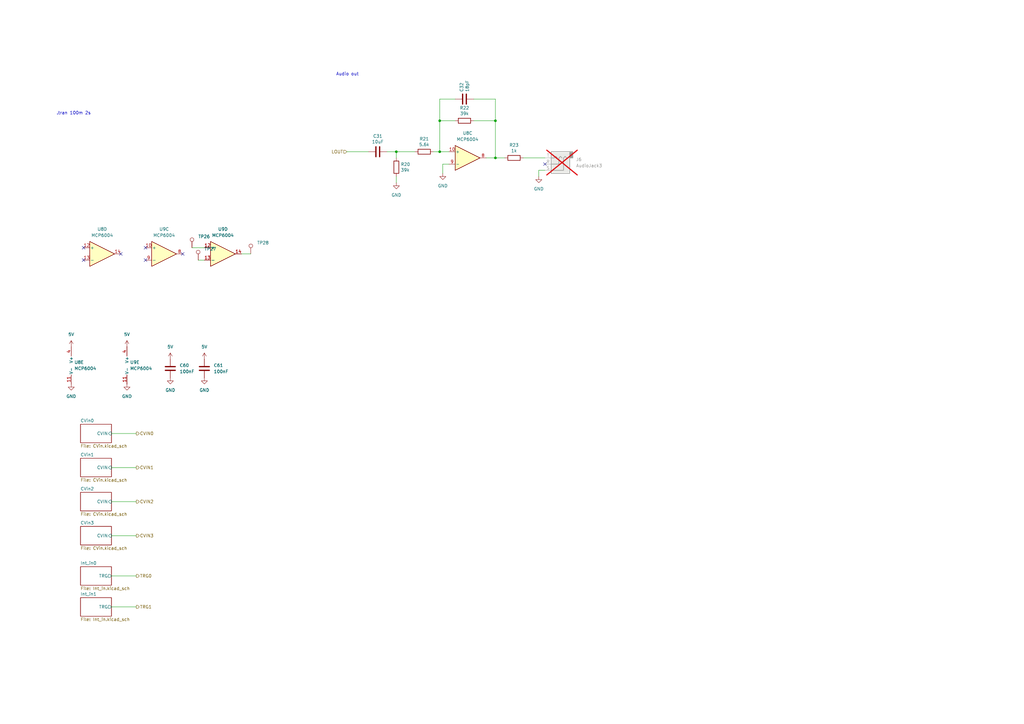
<source format=kicad_sch>
(kicad_sch (version 20231120) (generator "eeschema") (generator_version "8.0")
  (paper "A3")
  (lib_symbols
    (symbol "Amplifier_Operational:MCP6004" (pin_names (offset 0.127))
      (property "Reference" "U" (at 0 5.08 0))
      (property "Value" "MCP6004" (at 0 -5.08 0))
      (symbol "MCP6004_1_1"
        (polyline (pts (xy -5.08 5.08) (xy 5.08 0) (xy -5.08 -5.08) (xy -5.08 5.08)) (stroke (width 0.254)) (fill (type background)))
        (pin output line (at 7.62 0 180) (length 2.54) (name "~") (number "1"))
        (pin input line (at -7.62 -2.54 0) (length 2.54) (name "-") (number "2"))
        (pin input line (at -7.62 2.54 0) (length 2.54) (name "+") (number "3"))
      )
      (symbol "MCP6004_2_1"
        (polyline (pts (xy -5.08 5.08) (xy 5.08 0) (xy -5.08 -5.08) (xy -5.08 5.08)) (stroke (width 0.254)) (fill (type background)))
        (pin input line (at -7.62 2.54 0) (length 2.54) (name "+") (number "5"))
        (pin input line (at -7.62 -2.54 0) (length 2.54) (name "-") (number "6"))
        (pin output line (at 7.62 0 180) (length 2.54) (name "~") (number "7"))
      )
      (symbol "MCP6004_3_1"
        (polyline (pts (xy -5.08 5.08) (xy 5.08 0) (xy -5.08 -5.08) (xy -5.08 5.08)) (stroke (width 0.254)) (fill (type background)))
        (pin input line (at -7.62 2.54 0) (length 2.54) (name "+") (number "10"))
        (pin output line (at 7.62 0 180) (length 2.54) (name "~") (number "8"))
        (pin input line (at -7.62 -2.54 0) (length 2.54) (name "-") (number "9"))
      )
      (symbol "MCP6004_4_1"
        (polyline (pts (xy -5.08 5.08) (xy 5.08 0) (xy -5.08 -5.08) (xy -5.08 5.08)) (stroke (width 0.254)) (fill (type background)))
        (pin input line (at -7.62 2.54 0) (length 2.54) (name "+") (number "12"))
        (pin input line (at -7.62 -2.54 0) (length 2.54) (name "-") (number "13"))
        (pin output line (at 7.62 0 180) (length 2.54) (name "~") (number "14"))
      )
      (symbol "MCP6004_5_1"
        (pin power_in line (at -2.54 -7.62 90) (length 3.81) (name "V-") (number "11"))
        (pin power_in line (at -2.54 7.62 270) (length 3.81) (name "V+") (number "4"))
      )
    )
    (symbol "Connector:TestPoint" (pin_numbers hide) (pin_names (offset 0.762) hide)
      (property "Reference" "TP" (at 0 6.858 0))
      (property "Value" "TestPoint" (at 0 5.08 0))
      (symbol "TestPoint_0_1"
        (circle (center 0 3.302) (radius 0.762))
      )
      (symbol "TestPoint_1_1"
        (pin passive line (at 0 0 90) (length 2.54) (name "1") (number "1"))
      )
    )
    (symbol "Connector_Audio:AudioJack3"
      (property "Reference" "J" (at 0 8.89 0))
      (property "Value" "AudioJack3" (at 0 6.35 0))
      (symbol "AudioJack3_0_1"
        (rectangle (start -5.08 -5.08) (end -6.35 -2.54) (stroke (width 0.254)) (fill (type outline)))
        (polyline (pts (xy 0 -2.54) (xy 0.635 -3.175) (xy 1.27 -2.54) (xy 2.54 -2.54)) (stroke (width 0.254)))
        (polyline (pts (xy -1.905 -2.54) (xy -1.27 -3.175) (xy -0.635 -2.54) (xy -0.635 0) (xy 2.54 0)) (stroke (width 0.254)))
        (polyline (pts (xy 2.54 2.54) (xy -2.54 2.54) (xy -2.54 -2.54) (xy -3.175 -3.175) (xy -3.81 -2.54)) (stroke (width 0.254)))
        (rectangle (start 2.54 3.81) (end -5.08 -5.08) (stroke (width 0.254)) (fill (type background)))
      )
      (symbol "AudioJack3_1_1"
        (pin passive line (at 5.08 0 180) (length 2.54) (name "~") (number "R"))
        (pin passive line (at 5.08 2.54 180) (length 2.54) (name "~") (number "S"))
        (pin passive line (at 5.08 -2.54 180) (length 2.54) (name "~") (number "T"))
      )
    )
    (symbol "Device:C" (pin_numbers hide) (pin_names (offset 0.254))
      (property "Reference" "C" (at 0.635 2.54 0))
      (property "Value" "C" (at 0.635 -2.54 0))
      (symbol "C_0_1"
        (polyline (pts (xy -2.032 -0.762) (xy 2.032 -0.762)) (stroke (width 0.508)))
        (polyline (pts (xy -2.032 0.762) (xy 2.032 0.762)) (stroke (width 0.508)))
      )
      (symbol "C_1_1"
        (pin passive line (at 0 3.81 270) (length 2.794) (name "~") (number "1"))
        (pin passive line (at 0 -3.81 90) (length 2.794) (name "~") (number "2"))
      )
    )
    (symbol "Device:R" (pin_numbers hide) (pin_names (offset 0))
      (property "Reference" "R" (at 2.032 0 90))
      (property "Value" "R" (at 0 0 90))
      (symbol "R_0_1"
        (rectangle (start -1.016 -2.54) (end 1.016 2.54) (stroke (width 0.254)))
      )
      (symbol "R_1_1"
        (pin passive line (at 0 3.81 270) (length 1.27) (name "~") (number "1"))
        (pin passive line (at 0 -3.81 90) (length 1.27) (name "~") (number "2"))
      )
    )
    (symbol "power:+5V" (power) (pin_numbers hide) (pin_names (offset 0) hide)
      (property "Value" "+5V" (at 0 3.556 0))
      (symbol "+5V_0_1"
        (polyline (pts (xy -0.762 1.27) (xy 0 2.54)))
        (polyline (pts (xy 0 0) (xy 0 2.54)))
        (polyline (pts (xy 0 2.54) (xy 0.762 1.27)))
      )
      (symbol "+5V_1_1"
        (pin power_in line (at 0 0 90) (length 0) (name "~") (number "1"))
      )
    )
    (symbol "power:GND" (power) (pin_numbers hide) (pin_names (offset 0) hide)
      (property "Value" "GND" (at 0 -3.81 0))
      (symbol "GND_0_1"
        (polyline (pts (xy 0 0) (xy 0 -1.27) (xy 1.27 -1.27) (xy 0 -2.54) (xy -1.27 -1.27) (xy 0 -1.27)))
      )
      (symbol "GND_1_1"
        (pin power_in line (at 0 0 270) (length 0) (name "~") (number "1"))
      )
    )
  )
  (junction (at 203.2 64.77))
  (junction (at 180.34 49.53))
  (junction (at 180.34 62.23))
  (junction (at 162.56 62.23))
  (junction (at 203.2 49.53))
  (no_connect (at 59.69 106.68))
  (no_connect (at 74.93 104.14))
  (no_connect (at 34.29 106.68))
  (no_connect (at 59.69 101.6))
  (no_connect (at 49.53 104.14))
  (no_connect (at 34.29 101.6))
  (no_connect (at 223.52 67.31))
  (wire (pts (xy 45.72 205.74) (xy 55.88 205.74)))
  (wire (pts (xy 45.72 236.22) (xy 55.88 236.22)))
  (wire (pts (xy 81.28 106.68) (xy 83.82 106.68)))
  (wire (pts (xy 99.06 104.14) (xy 102.87 104.14)))
  (wire (pts (xy 162.56 64.77) (xy 162.56 62.23)))
  (wire (pts (xy 223.52 69.85) (xy 220.98 69.85)))
  (wire (pts (xy 151.13 62.23) (xy 142.24 62.23)))
  (wire (pts (xy 194.31 49.53) (xy 203.2 49.53)))
  (wire (pts (xy 45.72 248.92) (xy 55.88 248.92)))
  (wire (pts (xy 199.39 64.77) (xy 203.2 64.77)))
  (wire (pts (xy 184.15 67.31) (xy 181.61 67.31)))
  (wire (pts (xy 186.69 40.64) (xy 180.34 40.64)))
  (wire (pts (xy 214.63 64.77) (xy 223.52 64.77)))
  (wire (pts (xy 180.34 62.23) (xy 184.15 62.23)))
  (wire (pts (xy 194.31 40.64) (xy 203.2 40.64)))
  (wire (pts (xy 203.2 64.77) (xy 207.01 64.77)))
  (wire (pts (xy 158.75 62.23) (xy 162.56 62.23)))
  (wire (pts (xy 162.56 72.39) (xy 162.56 74.93)))
  (wire (pts (xy 186.69 49.53) (xy 180.34 49.53)))
  (wire (pts (xy 220.98 69.85) (xy 220.98 72.39)))
  (wire (pts (xy 203.2 40.64) (xy 203.2 49.53)))
  (wire (pts (xy 180.34 40.64) (xy 180.34 49.53)))
  (wire (pts (xy 177.8 62.23) (xy 180.34 62.23)))
  (wire (pts (xy 45.72 219.71) (xy 55.88 219.71)))
  (wire (pts (xy 181.61 67.31) (xy 181.61 71.12)))
  (wire (pts (xy 203.2 49.53) (xy 203.2 64.77)))
  (wire (pts (xy 162.56 62.23) (xy 170.18 62.23)))
  (wire (pts (xy 180.34 49.53) (xy 180.34 62.23)))
  (wire (pts (xy 78.74 101.6) (xy 83.82 101.6)))
  (wire (pts (xy 45.72 191.77) (xy 55.88 191.77)))
  (wire (pts (xy 45.72 177.8) (xy 55.88 177.8)))
  (text "Audio out\n" (at 142.494 30.48 0) (effects (font (size 1.27 1.27))))
  (text ".tran 100m 2s" (at 30.226 46.482 0) (effects (font (size 1.27 1.27))))
  (hierarchical_label "CVIN2" (shape output) (at 55.88 205.74 0))
  (hierarchical_label "LOUT" (shape input) (at 142.24 62.23 180))
  (hierarchical_label "CVIN3" (shape output) (at 55.88 219.71 0))
  (hierarchical_label "TRG0" (shape output) (at 55.88 236.22 0))
  (hierarchical_label "TRG1" (shape output) (at 55.88 248.92 0))
  (hierarchical_label "CVIN0" (shape output) (at 55.88 177.8 0))
  (hierarchical_label "CVIN1" (shape output) (at 55.88 191.77 0))
  (symbol (lib_id "Device:C") (at 154.94 62.23 270) (unit 1)
    (property "Reference" "C31" (at 154.94 55.8292 90))
    (property "Value" "10uF" (at 154.94 58.1406 90))
    (property "Footprint" "Capacitor_SMD:C_0805_2012Metric" (effects (hide yes)))
    (property "Description" "Unpolarized capacitor" (effects (hide yes)))
    (property "LCSC" "C15850" (effects (hide yes)))
    (property "RefNum" "_generic_" (effects (hide yes)))
    (property "JLC" "0805" (effects (hide yes)))
  )
  (symbol (lib_id "power:GND") (at 83.82 154.94 0) (unit 1)
    (property "Reference" "#PWR0166" (effects (hide yes)))
    (property "Value" "GND" (at 83.82 160.02 0))
    (property "Description" "Power symbol creates a global label with name \"GND\" , ground" (effects (hide yes)))
  )
  (symbol (lib_id "Connector:TestPoint") (at 81.28 106.68 0) (unit 1) (exclude_from_sim yes)
    (property "Reference" "TP27" (at 83.82 102.1079 0) (effects (justify left)))
    (property "Value" "TestPoint" (effects (hide yes)))
    (property "Footprint" "TestPoint:TestPoint_Pad_D1.0mm" (effects (hide yes)))
    (property "Description" "test point" (effects (hide yes)))
    (property "RefNum" "_na_" (effects (hide yes)))
  )
  (symbol (lib_id "power:GND") (at 220.98 72.39 0) (unit 1)
    (property "Reference" "#PWR063" (effects (hide yes)))
    (property "Value" "GND" (at 220.98 77.47 0))
    (property "Description" "Power symbol creates a global label with name \"GND\" , ground" (effects (hide yes)))
  )
  (symbol (lib_id "power:+5V") (at 52.07 142.24 0) (unit 1)
    (property "Reference" "#PWR059" (effects (hide yes)))
    (property "Value" "5V" (at 52.07 137.16 0))
    (property "Description" "Power symbol creates a global label with name \"+5V\"" (effects (hide yes)))
  )
  (symbol (lib_id "power:GND") (at 162.56 74.93 0) (unit 1)
    (property "Reference" "#PWR061" (effects (hide yes)))
    (property "Value" "GND" (at 162.56 80.01 0))
    (property "Description" "Power symbol creates a global label with name \"GND\" , ground" (effects (hide yes)))
  )
  (symbol (lib_id "power:+5V") (at 29.21 142.24 0) (unit 1)
    (property "Reference" "#PWR057" (effects (hide yes)))
    (property "Value" "5V" (at 29.21 137.16 0))
    (property "Description" "Power symbol creates a global label with name \"+5V\"" (effects (hide yes)))
  )
  (symbol (lib_id "power:GND") (at 181.61 71.12 0) (unit 1)
    (property "Reference" "#PWR062" (effects (hide yes)))
    (property "Value" "GND" (at 181.61 76.2 0))
    (property "Description" "Power symbol creates a global label with name \"GND\" , ground" (effects (hide yes)))
  )
  (symbol (lib_id "Device:R") (at 162.56 68.58 0) (unit 1)
    (property "Reference" "R20" (at 164.338 67.4116 0) (effects (justify left)))
    (property "Value" "39k" (at 164.338 69.723 0) (effects (justify left)))
    (property "Footprint" "Resistor_SMD:R_0402_1005Metric" (effects (hide yes)))
    (property "Description" "Resistor" (effects (hide yes)))
    (property "LCSC" "C25783" (effects (hide yes)))
    (property "RefNum" "_generic_" (effects (hide yes)))
    (property "JLC" "0402" (effects (hide yes)))
  )
  (symbol (lib_id "Amplifier_Operational:MCP6004") (at 31.75 149.86 0) (unit 5)
    (property "Reference" "U8" (at 30.48 148.5899 0) (effects (justify left)))
    (property "Value" "MCP6004" (at 30.48 151.1299 0) (effects (justify left)))
    (property "Footprint" "Package_SO:TSSOP-14_4.4x5mm_P0.65mm" (effects (hide yes)))
    (property "Datasheet" "http://ww1.microchip.com/downloads/en/DeviceDoc/21733j.pdf" (effects (hide yes)))
    (property "Description" "1MHz, Low-Power Op Amp, DIP-14/SOIC-14/TSSOP-14" (effects (hide yes)))
    (property "Sim.Library" "/home/eve/Documents/asynth2osc/kicad/asynthosc/spice_mods/MCP600x.txt" (effects (hide yes)))
    (property "Sim.Name" "MCP6004_pinout" (effects (hide yes)))
    (property "Sim.Device" "SUBCKT" (effects (hide yes)))
    (property "Sim.Pins" "1=1 2=2 3=3 4=4 5=5 6=6 7=7 8=8 9=9 10=10 11=11 12=12 13=13 14=14" (effects (hide yes)))
    (property "LCSC" "C627416" (effects (hide yes)))
    (property "Manufacturer" "Microchip" (effects (hide yes)))
    (property "RefNum" " MCP6004T-E/ST" (effects (hide yes)))
    (property "JLC" "TSSOP-14" (effects (hide yes)))
  )
  (symbol (lib_id "Amplifier_Operational:MCP6004") (at 67.31 104.14 0) (unit 3) (exclude_from_sim yes)
    (property "Reference" "U9" (at 67.31 93.98 0))
    (property "Value" "MCP6004" (at 67.31 96.52 0))
    (property "Footprint" "Package_SO:TSSOP-14_4.4x5mm_P0.65mm" (effects (hide yes)))
    (property "Datasheet" "http://ww1.microchip.com/downloads/en/DeviceDoc/21733j.pdf" (effects (hide yes)))
    (property "Description" "1MHz, Low-Power Op Amp, DIP-14/SOIC-14/TSSOP-14" (effects (hide yes)))
    (property "Sim.Library" "/home/eve/Documents/asynth2osc/kicad/asynthosc/spice_mods/MCP600x.txt" (effects (hide yes)))
    (property "Sim.Name" "MCP6004_pinout" (effects (hide yes)))
    (property "Sim.Device" "SUBCKT" (effects (hide yes)))
    (property "Sim.Pins" "1=1 2=2 3=3 4=4 5=5 6=6 7=7 8=8 9=9 10=10 11=11 12=12 13=13 14=14" (effects (hide yes)))
    (property "LCSC" "C627416" (effects (hide yes)))
    (property "Manufacturer" "Microchip" (effects (hide yes)))
    (property "RefNum" " MCP6004T-E/ST" (effects (hide yes)))
    (property "JLC" "TSSOP-14" (effects (hide yes)))
  )
  (symbol (lib_id "Device:R") (at 173.99 62.23 270) (unit 1)
    (property "Reference" "R21" (at 173.99 56.9722 90))
    (property "Value" "5.6k" (at 173.99 59.2836 90))
    (property "Footprint" "Resistor_SMD:R_0402_1005Metric" (effects (hide yes)))
    (property "Description" "Resistor" (effects (hide yes)))
    (property "LCSC" " C25908" (effects (hide yes)))
    (property "RefNum" "_generic_" (effects (hide yes)))
    (property "JLC" "0402" (effects (hide yes)))
  )
  (symbol (lib_id "Device:R") (at 190.5 49.53 270) (unit 1)
    (property "Reference" "R22" (at 190.5 44.2722 90))
    (property "Value" "39k" (at 190.5 46.5836 90))
    (property "Footprint" "Resistor_SMD:R_0402_1005Metric" (effects (hide yes)))
    (property "Description" "Resistor" (effects (hide yes)))
    (property "LCSC" "C25783" (effects (hide yes)))
    (property "RefNum" "_generic_" (effects (hide yes)))
    (property "JLC" "0402" (effects (hide yes)))
  )
  (symbol (lib_id "Connector_Audio:AudioJack3") (at 228.6 67.31 180) (unit 1) (dnp yes)
    (property "Reference" "J6" (at 236.22 65.4049 0) (effects (justify right)))
    (property "Value" "AudioJack3" (at 236.22 67.9449 0) (effects (justify right)))
    (property "Footprint" "asynthosc:Jack_3.5mm_3legs_XKB_PJ-3411_Vertical" (effects (hide yes)))
    (property "Description" "Audio Jack, 3 Poles (Stereo / TRS)" (effects (hide yes)))
    (property "Sim.Device" "V" (effects (hide yes)))
    (property "Sim.Type" "PULSE" (effects (hide yes)))
    (property "Sim.Pins" "R=+ T=-" (effects (hide yes)))
    (property "Sim.Params" "y1=0 y2=5 td=0 tr=0 tf=0 tw=0 per=32u" (effects (hide yes)))
    (property "LCSC" "C381132" (effects (hide yes)))
    (property "Manufacturer" "XKB" (effects (hide yes)))
    (property "RefNum" "PJ-3411 " (effects (hide yes)))
  )
  (symbol (lib_id "Amplifier_Operational:MCP6004") (at 41.91 104.14 0) (unit 4) (exclude_from_sim yes)
    (property "Reference" "U8" (at 41.91 93.98 0))
    (property "Value" "MCP6004" (at 41.91 96.52 0))
    (property "Footprint" "Package_SO:TSSOP-14_4.4x5mm_P0.65mm" (effects (hide yes)))
    (property "Datasheet" "http://ww1.microchip.com/downloads/en/DeviceDoc/21733j.pdf" (effects (hide yes)))
    (property "Description" "1MHz, Low-Power Op Amp, DIP-14/SOIC-14/TSSOP-14" (effects (hide yes)))
    (property "Sim.Library" "/home/eve/Documents/asynth2osc/kicad/asynthosc/spice_mods/MCP600x.txt" (effects (hide yes)))
    (property "Sim.Name" "MCP6004_pinout" (effects (hide yes)))
    (property "Sim.Device" "SUBCKT" (effects (hide yes)))
    (property "Sim.Pins" "1=1 2=2 3=3 4=4 5=5 6=6 7=7 8=8 9=9 10=10 11=11 12=12 13=13 14=14" (effects (hide yes)))
    (property "LCSC" "C627416" (effects (hide yes)))
    (property "Manufacturer" "Microchip" (effects (hide yes)))
    (property "RefNum" " MCP6004T-E/ST" (effects (hide yes)))
    (property "JLC" "TSSOP-14" (effects (hide yes)))
  )
  (symbol (lib_id "power:GND") (at 29.21 157.48 0) (unit 1)
    (property "Reference" "#PWR058" (effects (hide yes)))
    (property "Value" "GND" (at 29.21 162.56 0))
    (property "Description" "Power symbol creates a global label with name \"GND\" , ground" (effects (hide yes)))
  )
  (symbol (lib_id "Connector:TestPoint") (at 78.74 101.6 0) (unit 1) (exclude_from_sim yes)
    (property "Reference" "TP26" (at 81.28 97.0279 0) (effects (justify left)))
    (property "Value" "TestPoint" (effects (hide yes)))
    (property "Footprint" "TestPoint:TestPoint_Pad_D1.0mm" (effects (hide yes)))
    (property "Description" "test point" (effects (hide yes)))
    (property "RefNum" "_na_" (effects (hide yes)))
  )
  (symbol (lib_id "Device:R") (at 210.82 64.77 270) (unit 1)
    (property "Reference" "R23" (at 210.82 59.5122 90))
    (property "Value" "1k" (at 210.82 61.8236 90))
    (property "Footprint" "Resistor_SMD:R_0402_1005Metric" (effects (hide yes)))
    (property "Description" "Resistor" (effects (hide yes)))
    (property "LCSC" "C11702" (effects (hide yes)))
    (property "RefNum" "_generic_" (effects (hide yes)))
    (property "JLC" "0402" (effects (hide yes)))
  )
  (symbol (lib_id "Amplifier_Operational:MCP6004") (at 54.61 149.86 0) (unit 5)
    (property "Reference" "U9" (at 53.34 148.5899 0) (effects (justify left)))
    (property "Value" "MCP6004" (at 53.34 151.1299 0) (effects (justify left)))
    (property "Footprint" "Package_SO:TSSOP-14_4.4x5mm_P0.65mm" (effects (hide yes)))
    (property "Datasheet" "http://ww1.microchip.com/downloads/en/DeviceDoc/21733j.pdf" (effects (hide yes)))
    (property "Description" "1MHz, Low-Power Op Amp, DIP-14/SOIC-14/TSSOP-14" (effects (hide yes)))
    (property "Sim.Library" "/home/eve/Documents/asynth2osc/kicad/asynthosc/spice_mods/MCP600x.txt" (effects (hide yes)))
    (property "Sim.Name" "MCP6004_pinout" (effects (hide yes)))
    (property "Sim.Device" "SUBCKT" (effects (hide yes)))
    (property "Sim.Pins" "1=1 2=2 3=3 4=4 5=5 6=6 7=7 8=8 9=9 10=10 11=11 12=12 13=13 14=14" (effects (hide yes)))
    (property "LCSC" "C627416" (effects (hide yes)))
    (property "Manufacturer" "Microchip" (effects (hide yes)))
    (property "RefNum" " MCP6004T-E/ST" (effects (hide yes)))
    (property "JLC" "TSSOP-14" (effects (hide yes)))
  )
  (symbol (lib_id "power:GND") (at 69.85 154.94 0) (unit 1)
    (property "Reference" "#PWR0165" (effects (hide yes)))
    (property "Value" "GND" (at 69.85 160.02 0))
    (property "Description" "Power symbol creates a global label with name \"GND\" , ground" (effects (hide yes)))
  )
  (symbol (lib_id "Device:C") (at 83.82 151.13 0) (unit 1)
    (property "Reference" "C61" (at 87.63 149.8599 0) (effects (justify left)))
    (property "Value" "100nF" (at 87.63 152.3999 0) (effects (justify left)))
    (property "Footprint" "Capacitor_SMD:C_0402_1005Metric" (effects (hide yes)))
    (property "Description" "Unpolarized capacitor" (effects (hide yes)))
    (property "LCSC" "C307331" (effects (hide yes)))
    (property "RefNum" "_generic_" (effects (hide yes)))
    (property "JLC" "0402" (effects (hide yes)))
  )
  (symbol (lib_id "Device:C") (at 190.5 40.64 90) (unit 1)
    (property "Reference" "C32" (at 189.3316 37.719 0) (effects (justify left)))
    (property "Value" "18pF" (at 191.643 37.719 0) (effects (justify left)))
    (property "Footprint" "Capacitor_SMD:C_0603_1608Metric" (effects (hide yes)))
    (property "Description" "Unpolarized capacitor" (effects (hide yes)))
    (property "LCSC" "C1647" (effects (hide yes)))
    (property "RefNum" "_generic_" (effects (hide yes)))
    (property "JLC" "0603" (effects (hide yes)))
  )
  (symbol (lib_id "Device:C") (at 69.85 151.13 0) (unit 1)
    (property "Reference" "C60" (at 73.66 149.8599 0) (effects (justify left)))
    (property "Value" "100nF" (at 73.66 152.3999 0) (effects (justify left)))
    (property "Footprint" "Capacitor_SMD:C_0402_1005Metric" (effects (hide yes)))
    (property "Description" "Unpolarized capacitor" (effects (hide yes)))
    (property "LCSC" "C307331" (effects (hide yes)))
    (property "RefNum" "_generic_" (effects (hide yes)))
    (property "JLC" "0402" (effects (hide yes)))
  )
  (symbol (lib_id "Amplifier_Operational:MCP6004") (at 91.44 104.14 0) (unit 4) (exclude_from_sim yes)
    (property "Reference" "U9" (at 91.44 93.98 0))
    (property "Value" "MCP6004" (at 91.44 96.52 0))
    (property "Footprint" "Package_SO:TSSOP-14_4.4x5mm_P0.65mm" (effects (hide yes)))
    (property "Datasheet" "http://ww1.microchip.com/downloads/en/DeviceDoc/21733j.pdf" (effects (hide yes)))
    (property "Description" "1MHz, Low-Power Op Amp, DIP-14/SOIC-14/TSSOP-14" (effects (hide yes)))
    (property "Sim.Library" "/home/eve/Documents/asynth2osc/kicad/asynthosc/spice_mods/MCP600x.txt" (effects (hide yes)))
    (property "Sim.Name" "MCP6004_pinout" (effects (hide yes)))
    (property "Sim.Device" "SUBCKT" (effects (hide yes)))
    (property "Sim.Pins" "1=1 2=2 3=3 4=4 5=5 6=6 7=7 8=8 9=9 10=10 11=11 12=12 13=13 14=14" (effects (hide yes)))
    (property "LCSC" "C627416" (effects (hide yes)))
    (property "Manufacturer" "Microchip" (effects (hide yes)))
    (property "RefNum" " MCP6004T-E/ST" (effects (hide yes)))
    (property "JLC" "TSSOP-14" (effects (hide yes)))
  )
  (symbol (lib_id "power:GND") (at 52.07 157.48 0) (unit 1)
    (property "Reference" "#PWR060" (effects (hide yes)))
    (property "Value" "GND" (at 52.07 162.56 0))
    (property "Description" "Power symbol creates a global label with name \"GND\" , ground" (effects (hide yes)))
  )
  (symbol (lib_id "power:+5V") (at 69.85 147.32 0) (unit 1)
    (property "Reference" "#PWR0163" (effects (hide yes)))
    (property "Value" "5V" (at 69.85 142.24 0))
    (property "Description" "Power symbol creates a global label with name \"+5V\"" (effects (hide yes)))
  )
  (symbol (lib_id "Amplifier_Operational:MCP6004") (at 191.77 64.77 0) (unit 3)
    (property "Reference" "U8" (at 191.77 54.61 0))
    (property "Value" "MCP6004" (at 191.77 57.15 0))
    (property "Footprint" "Package_SO:TSSOP-14_4.4x5mm_P0.65mm" (effects (hide yes)))
    (property "Datasheet" "http://ww1.microchip.com/downloads/en/DeviceDoc/21733j.pdf" (effects (hide yes)))
    (property "Description" "1MHz, Low-Power Op Amp, DIP-14/SOIC-14/TSSOP-14" (effects (hide yes)))
    (property "Sim.Library" "/home/eve/Documents/asynth2osc/kicad/asynthosc/spice_mods/MCP600x.txt" (effects (hide yes)))
    (property "Sim.Name" "MCP6004_pinout" (effects (hide yes)))
    (property "Sim.Device" "SUBCKT" (effects (hide yes)))
    (property "Sim.Pins" "1=1 2=2 3=3 4=4 5=5 6=6 7=7 8=8 9=9 10=10 11=11 12=12 13=13 14=14" (effects (hide yes)))
    (property "LCSC" "C627416" (effects (hide yes)))
    (property "Manufacturer" "Microchip" (effects (hide yes)))
    (property "RefNum" " MCP6004T-E/ST" (effects (hide yes)))
    (property "JLC" "TSSOP-14" (effects (hide yes)))
  )
  (symbol (lib_id "Connector:TestPoint") (at 102.87 104.14 0) (unit 1) (exclude_from_sim yes)
    (property "Reference" "TP28" (at 105.41 99.5679 0) (effects (justify left)))
    (property "Value" "TestPoint" (effects (hide yes)))
    (property "Footprint" "TestPoint:TestPoint_Pad_D1.0mm" (effects (hide yes)))
    (property "Description" "test point" (effects (hide yes)))
    (property "RefNum" "_na_" (effects (hide yes)))
  )
  (symbol (lib_id "power:+5V") (at 83.82 147.32 0) (unit 1)
    (property "Reference" "#PWR0164" (effects (hide yes)))
    (property "Value" "5V" (at 83.82 142.24 0))
    (property "Description" "Power symbol creates a global label with name \"+5V\"" (effects (hide yes)))
  )
  (sheet (at 33.02 245.11) (size 12.7 7.62) (stroke (width 0.1524))
    (property "Sheetname" "Int_in1" (at 33.02 244.3984 0) (effects (justify left bottom)))
    (property "Sheetfile" "Int_in.kicad_sch" (at 33.02 253.3146 0) (effects (justify left top)))
    (pin "TRG" output (at 45.72 248.92 0))
  )
  (sheet (at 33.02 232.41) (size 12.7 7.62) (stroke (width 0.1524))
    (property "Sheetname" "Int_in0" (at 33.02 231.6984 0) (effects (justify left bottom)))
    (property "Sheetfile" "Int_in.kicad_sch" (at 33.02 240.6146 0) (effects (justify left top)))
    (pin "TRG" output (at 45.72 236.22 0))
  )
  (sheet (at 33.02 215.9) (size 12.7 7.62) (stroke (width 0.1524))
    (property "Sheetname" "CVin3" (at 33.02 215.1884 0) (effects (justify left bottom)))
    (property "Sheetfile" "CVin.kicad_sch" (at 33.02 224.1046 0) (effects (justify left top)))
    (pin "CVIN" input (at 45.72 219.71 0))
  )
  (sheet (at 33.02 201.93) (size 12.7 7.62) (stroke (width 0.1524))
    (property "Sheetname" "CVin2" (at 33.02 201.2184 0) (effects (justify left bottom)))
    (property "Sheetfile" "CVin.kicad_sch" (at 33.02 210.1346 0) (effects (justify left top)))
    (pin "CVIN" input (at 45.72 205.74 0))
  )
  (sheet (at 33.02 187.96) (size 12.7 7.62) (stroke (width 0.1524))
    (property "Sheetname" "CVin1" (at 33.02 187.2484 0) (effects (justify left bottom)))
    (property "Sheetfile" "CVin.kicad_sch" (at 33.02 196.1646 0) (effects (justify left top)))
    (pin "CVIN" input (at 45.72 191.77 0))
  )
  (sheet (at 33.02 173.99) (size 12.7 7.62) (stroke (width 0.1524))
    (property "Sheetname" "CVin0" (at 33.02 173.2784 0) (effects (justify left bottom)))
    (property "Sheetfile" "CVin.kicad_sch" (at 33.02 182.1946 0) (effects (justify left top)))
    (pin "CVIN" input (at 45.72 177.8 0))
  )
)
</source>
